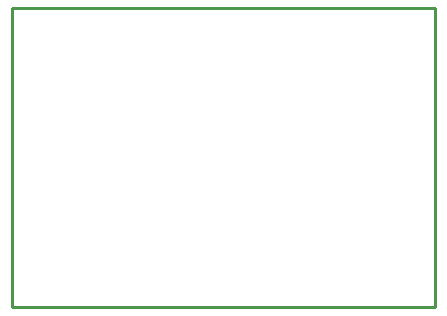
<source format=gko>
G04 Layer_Color=16711935*
%FSLAX25Y25*%
%MOIN*%
G70*
G01*
G75*
%ADD15C,0.01000*%
D15*
X0Y0D02*
X141000D01*
Y-99500D02*
Y0D01*
X0Y-99500D02*
X141000D01*
X0D02*
Y0D01*
M02*

</source>
